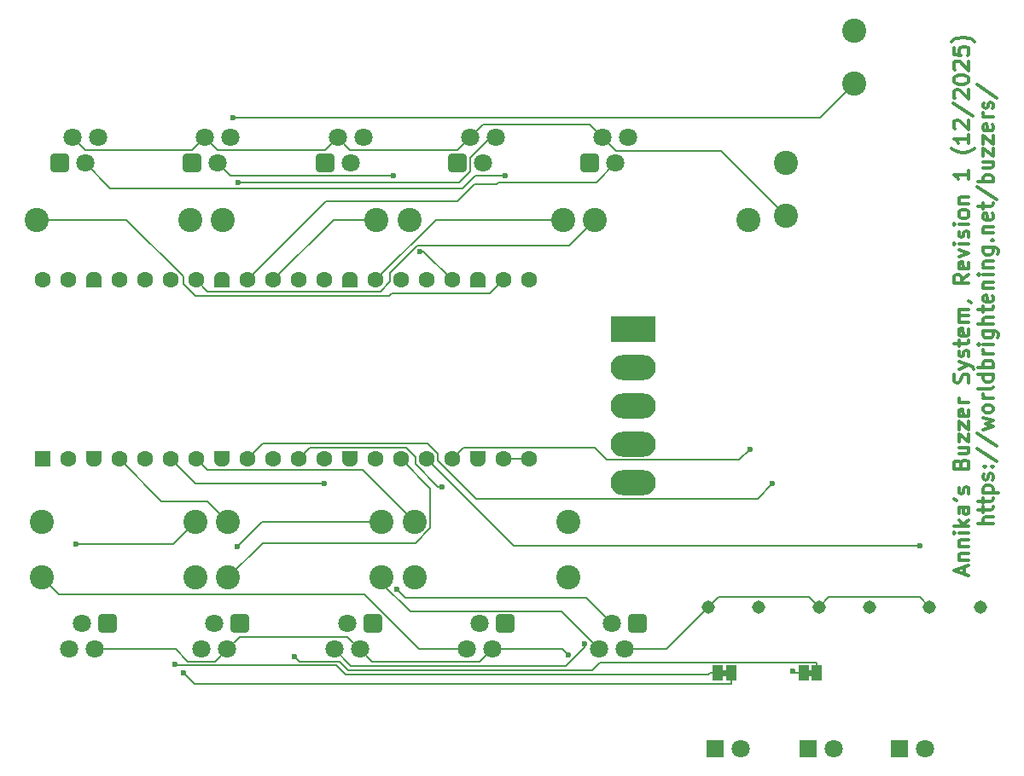
<source format=gbr>
%TF.GenerationSoftware,KiCad,Pcbnew,9.0.6-9.0.6~ubuntu25.04.1*%
%TF.CreationDate,2025-12-30T14:46:31-08:00*%
%TF.ProjectId,buzzer-pcb,62757a7a-6572-42d7-9063-622e6b696361,0*%
%TF.SameCoordinates,Original*%
%TF.FileFunction,Copper,L1,Top*%
%TF.FilePolarity,Positive*%
%FSLAX46Y46*%
G04 Gerber Fmt 4.6, Leading zero omitted, Abs format (unit mm)*
G04 Created by KiCad (PCBNEW 9.0.6-9.0.6~ubuntu25.04.1) date 2025-12-30 14:46:31*
%MOMM*%
%LPD*%
G01*
G04 APERTURE LIST*
G04 Aperture macros list*
%AMRoundRect*
0 Rectangle with rounded corners*
0 $1 Rounding radius*
0 $2 $3 $4 $5 $6 $7 $8 $9 X,Y pos of 4 corners*
0 Add a 4 corners polygon primitive as box body*
4,1,4,$2,$3,$4,$5,$6,$7,$8,$9,$2,$3,0*
0 Add four circle primitives for the rounded corners*
1,1,$1+$1,$2,$3*
1,1,$1+$1,$4,$5*
1,1,$1+$1,$6,$7*
1,1,$1+$1,$8,$9*
0 Add four rect primitives between the rounded corners*
20,1,$1+$1,$2,$3,$4,$5,0*
20,1,$1+$1,$4,$5,$6,$7,0*
20,1,$1+$1,$6,$7,$8,$9,0*
20,1,$1+$1,$8,$9,$2,$3,0*%
%AMFreePoly0*
4,1,37,0.603843,0.796157,0.639018,0.796157,0.711114,0.766294,0.766294,0.711114,0.796157,0.639018,0.796157,0.603843,0.800000,0.600000,0.800000,-0.600000,0.796157,-0.603843,0.796157,-0.639018,0.766294,-0.711114,0.711114,-0.766294,0.639018,-0.796157,0.603843,-0.796157,0.600000,-0.800000,0.000000,-0.800000,0.000000,-0.796148,-0.078414,-0.796148,-0.232228,-0.765552,-0.377117,-0.705537,
-0.507515,-0.618408,-0.618408,-0.507515,-0.705537,-0.377117,-0.765552,-0.232228,-0.796148,-0.078414,-0.796148,0.078414,-0.765552,0.232228,-0.705537,0.377117,-0.618408,0.507515,-0.507515,0.618408,-0.377117,0.705537,-0.232228,0.765552,-0.078414,0.796148,0.000000,0.796148,0.000000,0.800000,0.600000,0.800000,0.603843,0.796157,0.603843,0.796157,$1*%
%AMFreePoly1*
4,1,37,0.000000,0.796148,0.078414,0.796148,0.232228,0.765552,0.377117,0.705537,0.507515,0.618408,0.618408,0.507515,0.705537,0.377117,0.765552,0.232228,0.796148,0.078414,0.796148,-0.078414,0.765552,-0.232228,0.705537,-0.377117,0.618408,-0.507515,0.507515,-0.618408,0.377117,-0.705537,0.232228,-0.765552,0.078414,-0.796148,0.000000,-0.796148,0.000000,-0.800000,-0.600000,-0.800000,
-0.603843,-0.796157,-0.639018,-0.796157,-0.711114,-0.766294,-0.766294,-0.711114,-0.796157,-0.639018,-0.796157,-0.603843,-0.800000,-0.600000,-0.800000,0.600000,-0.796157,0.603843,-0.796157,0.639018,-0.766294,0.711114,-0.711114,0.766294,-0.639018,0.796157,-0.603843,0.796157,-0.600000,0.800000,0.000000,0.800000,0.000000,0.796148,0.000000,0.796148,$1*%
G04 Aperture macros list end*
%ADD10C,0.300000*%
%TA.AperFunction,NonConductor*%
%ADD11C,0.300000*%
%TD*%
%TA.AperFunction,EtchedComponent*%
%ADD12C,0.000000*%
%TD*%
%TA.AperFunction,ComponentPad*%
%ADD13C,2.400000*%
%TD*%
%TA.AperFunction,ComponentPad*%
%ADD14R,4.500000X2.500000*%
%TD*%
%TA.AperFunction,ComponentPad*%
%ADD15O,4.500000X2.500000*%
%TD*%
%TA.AperFunction,ComponentPad*%
%ADD16RoundRect,0.250000X0.650000X0.650000X-0.650000X0.650000X-0.650000X-0.650000X0.650000X-0.650000X0*%
%TD*%
%TA.AperFunction,ComponentPad*%
%ADD17C,1.800000*%
%TD*%
%TA.AperFunction,ComponentPad*%
%ADD18C,1.308000*%
%TD*%
%TA.AperFunction,ComponentPad*%
%ADD19R,1.800000X1.800000*%
%TD*%
%TA.AperFunction,SMDPad,CuDef*%
%ADD20R,1.000000X1.500000*%
%TD*%
%TA.AperFunction,ComponentPad*%
%ADD21RoundRect,0.250000X-0.650000X-0.650000X0.650000X-0.650000X0.650000X0.650000X-0.650000X0.650000X0*%
%TD*%
%TA.AperFunction,ComponentPad*%
%ADD22RoundRect,0.200000X0.600000X-0.600000X0.600000X0.600000X-0.600000X0.600000X-0.600000X-0.600000X0*%
%TD*%
%TA.AperFunction,ComponentPad*%
%ADD23C,1.600000*%
%TD*%
%TA.AperFunction,ComponentPad*%
%ADD24FreePoly0,90.000000*%
%TD*%
%TA.AperFunction,ComponentPad*%
%ADD25FreePoly1,90.000000*%
%TD*%
%TA.AperFunction,ViaPad*%
%ADD26C,0.600000*%
%TD*%
%TA.AperFunction,Conductor*%
%ADD27C,0.200000*%
%TD*%
G04 APERTURE END LIST*
D10*
D11*
X105457341Y-69678570D02*
X105457341Y-68964285D01*
X105885912Y-69821427D02*
X104385912Y-69321427D01*
X104385912Y-69321427D02*
X105885912Y-68821427D01*
X104885912Y-68321428D02*
X105885912Y-68321428D01*
X105028769Y-68321428D02*
X104957341Y-68249999D01*
X104957341Y-68249999D02*
X104885912Y-68107142D01*
X104885912Y-68107142D02*
X104885912Y-67892856D01*
X104885912Y-67892856D02*
X104957341Y-67749999D01*
X104957341Y-67749999D02*
X105100198Y-67678571D01*
X105100198Y-67678571D02*
X105885912Y-67678571D01*
X104885912Y-66964285D02*
X105885912Y-66964285D01*
X105028769Y-66964285D02*
X104957341Y-66892856D01*
X104957341Y-66892856D02*
X104885912Y-66749999D01*
X104885912Y-66749999D02*
X104885912Y-66535713D01*
X104885912Y-66535713D02*
X104957341Y-66392856D01*
X104957341Y-66392856D02*
X105100198Y-66321428D01*
X105100198Y-66321428D02*
X105885912Y-66321428D01*
X105885912Y-65607142D02*
X104885912Y-65607142D01*
X104385912Y-65607142D02*
X104457341Y-65678570D01*
X104457341Y-65678570D02*
X104528769Y-65607142D01*
X104528769Y-65607142D02*
X104457341Y-65535713D01*
X104457341Y-65535713D02*
X104385912Y-65607142D01*
X104385912Y-65607142D02*
X104528769Y-65607142D01*
X105885912Y-64892856D02*
X104385912Y-64892856D01*
X105314484Y-64749999D02*
X105885912Y-64321427D01*
X104885912Y-64321427D02*
X105457341Y-64892856D01*
X105885912Y-63035713D02*
X105100198Y-63035713D01*
X105100198Y-63035713D02*
X104957341Y-63107141D01*
X104957341Y-63107141D02*
X104885912Y-63249998D01*
X104885912Y-63249998D02*
X104885912Y-63535713D01*
X104885912Y-63535713D02*
X104957341Y-63678570D01*
X105814484Y-63035713D02*
X105885912Y-63178570D01*
X105885912Y-63178570D02*
X105885912Y-63535713D01*
X105885912Y-63535713D02*
X105814484Y-63678570D01*
X105814484Y-63678570D02*
X105671626Y-63749998D01*
X105671626Y-63749998D02*
X105528769Y-63749998D01*
X105528769Y-63749998D02*
X105385912Y-63678570D01*
X105385912Y-63678570D02*
X105314484Y-63535713D01*
X105314484Y-63535713D02*
X105314484Y-63178570D01*
X105314484Y-63178570D02*
X105243055Y-63035713D01*
X104385912Y-62249998D02*
X104671626Y-62392855D01*
X105814484Y-61678569D02*
X105885912Y-61535712D01*
X105885912Y-61535712D02*
X105885912Y-61249998D01*
X105885912Y-61249998D02*
X105814484Y-61107141D01*
X105814484Y-61107141D02*
X105671626Y-61035712D01*
X105671626Y-61035712D02*
X105600198Y-61035712D01*
X105600198Y-61035712D02*
X105457341Y-61107141D01*
X105457341Y-61107141D02*
X105385912Y-61249998D01*
X105385912Y-61249998D02*
X105385912Y-61464284D01*
X105385912Y-61464284D02*
X105314484Y-61607141D01*
X105314484Y-61607141D02*
X105171626Y-61678569D01*
X105171626Y-61678569D02*
X105100198Y-61678569D01*
X105100198Y-61678569D02*
X104957341Y-61607141D01*
X104957341Y-61607141D02*
X104885912Y-61464284D01*
X104885912Y-61464284D02*
X104885912Y-61249998D01*
X104885912Y-61249998D02*
X104957341Y-61107141D01*
X105100198Y-58749998D02*
X105171626Y-58535712D01*
X105171626Y-58535712D02*
X105243055Y-58464283D01*
X105243055Y-58464283D02*
X105385912Y-58392855D01*
X105385912Y-58392855D02*
X105600198Y-58392855D01*
X105600198Y-58392855D02*
X105743055Y-58464283D01*
X105743055Y-58464283D02*
X105814484Y-58535712D01*
X105814484Y-58535712D02*
X105885912Y-58678569D01*
X105885912Y-58678569D02*
X105885912Y-59249998D01*
X105885912Y-59249998D02*
X104385912Y-59249998D01*
X104385912Y-59249998D02*
X104385912Y-58749998D01*
X104385912Y-58749998D02*
X104457341Y-58607141D01*
X104457341Y-58607141D02*
X104528769Y-58535712D01*
X104528769Y-58535712D02*
X104671626Y-58464283D01*
X104671626Y-58464283D02*
X104814484Y-58464283D01*
X104814484Y-58464283D02*
X104957341Y-58535712D01*
X104957341Y-58535712D02*
X105028769Y-58607141D01*
X105028769Y-58607141D02*
X105100198Y-58749998D01*
X105100198Y-58749998D02*
X105100198Y-59249998D01*
X104885912Y-57107141D02*
X105885912Y-57107141D01*
X104885912Y-57749998D02*
X105671626Y-57749998D01*
X105671626Y-57749998D02*
X105814484Y-57678569D01*
X105814484Y-57678569D02*
X105885912Y-57535712D01*
X105885912Y-57535712D02*
X105885912Y-57321426D01*
X105885912Y-57321426D02*
X105814484Y-57178569D01*
X105814484Y-57178569D02*
X105743055Y-57107141D01*
X104885912Y-56535712D02*
X104885912Y-55749998D01*
X104885912Y-55749998D02*
X105885912Y-56535712D01*
X105885912Y-56535712D02*
X105885912Y-55749998D01*
X104885912Y-55321426D02*
X104885912Y-54535712D01*
X104885912Y-54535712D02*
X105885912Y-55321426D01*
X105885912Y-55321426D02*
X105885912Y-54535712D01*
X105814484Y-53392854D02*
X105885912Y-53535711D01*
X105885912Y-53535711D02*
X105885912Y-53821426D01*
X105885912Y-53821426D02*
X105814484Y-53964283D01*
X105814484Y-53964283D02*
X105671626Y-54035711D01*
X105671626Y-54035711D02*
X105100198Y-54035711D01*
X105100198Y-54035711D02*
X104957341Y-53964283D01*
X104957341Y-53964283D02*
X104885912Y-53821426D01*
X104885912Y-53821426D02*
X104885912Y-53535711D01*
X104885912Y-53535711D02*
X104957341Y-53392854D01*
X104957341Y-53392854D02*
X105100198Y-53321426D01*
X105100198Y-53321426D02*
X105243055Y-53321426D01*
X105243055Y-53321426D02*
X105385912Y-54035711D01*
X105885912Y-52678569D02*
X104885912Y-52678569D01*
X105171626Y-52678569D02*
X105028769Y-52607140D01*
X105028769Y-52607140D02*
X104957341Y-52535712D01*
X104957341Y-52535712D02*
X104885912Y-52392854D01*
X104885912Y-52392854D02*
X104885912Y-52249997D01*
X105814484Y-50678569D02*
X105885912Y-50464284D01*
X105885912Y-50464284D02*
X105885912Y-50107141D01*
X105885912Y-50107141D02*
X105814484Y-49964284D01*
X105814484Y-49964284D02*
X105743055Y-49892855D01*
X105743055Y-49892855D02*
X105600198Y-49821426D01*
X105600198Y-49821426D02*
X105457341Y-49821426D01*
X105457341Y-49821426D02*
X105314484Y-49892855D01*
X105314484Y-49892855D02*
X105243055Y-49964284D01*
X105243055Y-49964284D02*
X105171626Y-50107141D01*
X105171626Y-50107141D02*
X105100198Y-50392855D01*
X105100198Y-50392855D02*
X105028769Y-50535712D01*
X105028769Y-50535712D02*
X104957341Y-50607141D01*
X104957341Y-50607141D02*
X104814484Y-50678569D01*
X104814484Y-50678569D02*
X104671626Y-50678569D01*
X104671626Y-50678569D02*
X104528769Y-50607141D01*
X104528769Y-50607141D02*
X104457341Y-50535712D01*
X104457341Y-50535712D02*
X104385912Y-50392855D01*
X104385912Y-50392855D02*
X104385912Y-50035712D01*
X104385912Y-50035712D02*
X104457341Y-49821426D01*
X104885912Y-49321427D02*
X105885912Y-48964284D01*
X104885912Y-48607141D02*
X105885912Y-48964284D01*
X105885912Y-48964284D02*
X106243055Y-49107141D01*
X106243055Y-49107141D02*
X106314484Y-49178570D01*
X106314484Y-49178570D02*
X106385912Y-49321427D01*
X105814484Y-48107141D02*
X105885912Y-47964284D01*
X105885912Y-47964284D02*
X105885912Y-47678570D01*
X105885912Y-47678570D02*
X105814484Y-47535713D01*
X105814484Y-47535713D02*
X105671626Y-47464284D01*
X105671626Y-47464284D02*
X105600198Y-47464284D01*
X105600198Y-47464284D02*
X105457341Y-47535713D01*
X105457341Y-47535713D02*
X105385912Y-47678570D01*
X105385912Y-47678570D02*
X105385912Y-47892856D01*
X105385912Y-47892856D02*
X105314484Y-48035713D01*
X105314484Y-48035713D02*
X105171626Y-48107141D01*
X105171626Y-48107141D02*
X105100198Y-48107141D01*
X105100198Y-48107141D02*
X104957341Y-48035713D01*
X104957341Y-48035713D02*
X104885912Y-47892856D01*
X104885912Y-47892856D02*
X104885912Y-47678570D01*
X104885912Y-47678570D02*
X104957341Y-47535713D01*
X104885912Y-47035712D02*
X104885912Y-46464284D01*
X104385912Y-46821427D02*
X105671626Y-46821427D01*
X105671626Y-46821427D02*
X105814484Y-46749998D01*
X105814484Y-46749998D02*
X105885912Y-46607141D01*
X105885912Y-46607141D02*
X105885912Y-46464284D01*
X105814484Y-45392855D02*
X105885912Y-45535712D01*
X105885912Y-45535712D02*
X105885912Y-45821427D01*
X105885912Y-45821427D02*
X105814484Y-45964284D01*
X105814484Y-45964284D02*
X105671626Y-46035712D01*
X105671626Y-46035712D02*
X105100198Y-46035712D01*
X105100198Y-46035712D02*
X104957341Y-45964284D01*
X104957341Y-45964284D02*
X104885912Y-45821427D01*
X104885912Y-45821427D02*
X104885912Y-45535712D01*
X104885912Y-45535712D02*
X104957341Y-45392855D01*
X104957341Y-45392855D02*
X105100198Y-45321427D01*
X105100198Y-45321427D02*
X105243055Y-45321427D01*
X105243055Y-45321427D02*
X105385912Y-46035712D01*
X105885912Y-44678570D02*
X104885912Y-44678570D01*
X105028769Y-44678570D02*
X104957341Y-44607141D01*
X104957341Y-44607141D02*
X104885912Y-44464284D01*
X104885912Y-44464284D02*
X104885912Y-44249998D01*
X104885912Y-44249998D02*
X104957341Y-44107141D01*
X104957341Y-44107141D02*
X105100198Y-44035713D01*
X105100198Y-44035713D02*
X105885912Y-44035713D01*
X105100198Y-44035713D02*
X104957341Y-43964284D01*
X104957341Y-43964284D02*
X104885912Y-43821427D01*
X104885912Y-43821427D02*
X104885912Y-43607141D01*
X104885912Y-43607141D02*
X104957341Y-43464284D01*
X104957341Y-43464284D02*
X105100198Y-43392855D01*
X105100198Y-43392855D02*
X105885912Y-43392855D01*
X105814484Y-42607141D02*
X105885912Y-42607141D01*
X105885912Y-42607141D02*
X106028769Y-42678570D01*
X106028769Y-42678570D02*
X106100198Y-42749998D01*
X105885912Y-39964284D02*
X105171626Y-40464284D01*
X105885912Y-40821427D02*
X104385912Y-40821427D01*
X104385912Y-40821427D02*
X104385912Y-40249998D01*
X104385912Y-40249998D02*
X104457341Y-40107141D01*
X104457341Y-40107141D02*
X104528769Y-40035712D01*
X104528769Y-40035712D02*
X104671626Y-39964284D01*
X104671626Y-39964284D02*
X104885912Y-39964284D01*
X104885912Y-39964284D02*
X105028769Y-40035712D01*
X105028769Y-40035712D02*
X105100198Y-40107141D01*
X105100198Y-40107141D02*
X105171626Y-40249998D01*
X105171626Y-40249998D02*
X105171626Y-40821427D01*
X105814484Y-38749998D02*
X105885912Y-38892855D01*
X105885912Y-38892855D02*
X105885912Y-39178570D01*
X105885912Y-39178570D02*
X105814484Y-39321427D01*
X105814484Y-39321427D02*
X105671626Y-39392855D01*
X105671626Y-39392855D02*
X105100198Y-39392855D01*
X105100198Y-39392855D02*
X104957341Y-39321427D01*
X104957341Y-39321427D02*
X104885912Y-39178570D01*
X104885912Y-39178570D02*
X104885912Y-38892855D01*
X104885912Y-38892855D02*
X104957341Y-38749998D01*
X104957341Y-38749998D02*
X105100198Y-38678570D01*
X105100198Y-38678570D02*
X105243055Y-38678570D01*
X105243055Y-38678570D02*
X105385912Y-39392855D01*
X104885912Y-38178570D02*
X105885912Y-37821427D01*
X105885912Y-37821427D02*
X104885912Y-37464284D01*
X105885912Y-36892856D02*
X104885912Y-36892856D01*
X104385912Y-36892856D02*
X104457341Y-36964284D01*
X104457341Y-36964284D02*
X104528769Y-36892856D01*
X104528769Y-36892856D02*
X104457341Y-36821427D01*
X104457341Y-36821427D02*
X104385912Y-36892856D01*
X104385912Y-36892856D02*
X104528769Y-36892856D01*
X105814484Y-36249998D02*
X105885912Y-36107141D01*
X105885912Y-36107141D02*
X105885912Y-35821427D01*
X105885912Y-35821427D02*
X105814484Y-35678570D01*
X105814484Y-35678570D02*
X105671626Y-35607141D01*
X105671626Y-35607141D02*
X105600198Y-35607141D01*
X105600198Y-35607141D02*
X105457341Y-35678570D01*
X105457341Y-35678570D02*
X105385912Y-35821427D01*
X105385912Y-35821427D02*
X105385912Y-36035713D01*
X105385912Y-36035713D02*
X105314484Y-36178570D01*
X105314484Y-36178570D02*
X105171626Y-36249998D01*
X105171626Y-36249998D02*
X105100198Y-36249998D01*
X105100198Y-36249998D02*
X104957341Y-36178570D01*
X104957341Y-36178570D02*
X104885912Y-36035713D01*
X104885912Y-36035713D02*
X104885912Y-35821427D01*
X104885912Y-35821427D02*
X104957341Y-35678570D01*
X105885912Y-34964284D02*
X104885912Y-34964284D01*
X104385912Y-34964284D02*
X104457341Y-35035712D01*
X104457341Y-35035712D02*
X104528769Y-34964284D01*
X104528769Y-34964284D02*
X104457341Y-34892855D01*
X104457341Y-34892855D02*
X104385912Y-34964284D01*
X104385912Y-34964284D02*
X104528769Y-34964284D01*
X105885912Y-34035712D02*
X105814484Y-34178569D01*
X105814484Y-34178569D02*
X105743055Y-34249998D01*
X105743055Y-34249998D02*
X105600198Y-34321426D01*
X105600198Y-34321426D02*
X105171626Y-34321426D01*
X105171626Y-34321426D02*
X105028769Y-34249998D01*
X105028769Y-34249998D02*
X104957341Y-34178569D01*
X104957341Y-34178569D02*
X104885912Y-34035712D01*
X104885912Y-34035712D02*
X104885912Y-33821426D01*
X104885912Y-33821426D02*
X104957341Y-33678569D01*
X104957341Y-33678569D02*
X105028769Y-33607141D01*
X105028769Y-33607141D02*
X105171626Y-33535712D01*
X105171626Y-33535712D02*
X105600198Y-33535712D01*
X105600198Y-33535712D02*
X105743055Y-33607141D01*
X105743055Y-33607141D02*
X105814484Y-33678569D01*
X105814484Y-33678569D02*
X105885912Y-33821426D01*
X105885912Y-33821426D02*
X105885912Y-34035712D01*
X104885912Y-32892855D02*
X105885912Y-32892855D01*
X105028769Y-32892855D02*
X104957341Y-32821426D01*
X104957341Y-32821426D02*
X104885912Y-32678569D01*
X104885912Y-32678569D02*
X104885912Y-32464283D01*
X104885912Y-32464283D02*
X104957341Y-32321426D01*
X104957341Y-32321426D02*
X105100198Y-32249998D01*
X105100198Y-32249998D02*
X105885912Y-32249998D01*
X105885912Y-29607140D02*
X105885912Y-30464283D01*
X105885912Y-30035712D02*
X104385912Y-30035712D01*
X104385912Y-30035712D02*
X104600198Y-30178569D01*
X104600198Y-30178569D02*
X104743055Y-30321426D01*
X104743055Y-30321426D02*
X104814484Y-30464283D01*
X106457341Y-27392855D02*
X106385912Y-27464284D01*
X106385912Y-27464284D02*
X106171626Y-27607141D01*
X106171626Y-27607141D02*
X106028769Y-27678570D01*
X106028769Y-27678570D02*
X105814484Y-27749998D01*
X105814484Y-27749998D02*
X105457341Y-27821427D01*
X105457341Y-27821427D02*
X105171626Y-27821427D01*
X105171626Y-27821427D02*
X104814484Y-27749998D01*
X104814484Y-27749998D02*
X104600198Y-27678570D01*
X104600198Y-27678570D02*
X104457341Y-27607141D01*
X104457341Y-27607141D02*
X104243055Y-27464284D01*
X104243055Y-27464284D02*
X104171626Y-27392855D01*
X105885912Y-26035712D02*
X105885912Y-26892855D01*
X105885912Y-26464284D02*
X104385912Y-26464284D01*
X104385912Y-26464284D02*
X104600198Y-26607141D01*
X104600198Y-26607141D02*
X104743055Y-26749998D01*
X104743055Y-26749998D02*
X104814484Y-26892855D01*
X104528769Y-25464284D02*
X104457341Y-25392856D01*
X104457341Y-25392856D02*
X104385912Y-25249999D01*
X104385912Y-25249999D02*
X104385912Y-24892856D01*
X104385912Y-24892856D02*
X104457341Y-24749999D01*
X104457341Y-24749999D02*
X104528769Y-24678570D01*
X104528769Y-24678570D02*
X104671626Y-24607141D01*
X104671626Y-24607141D02*
X104814484Y-24607141D01*
X104814484Y-24607141D02*
X105028769Y-24678570D01*
X105028769Y-24678570D02*
X105885912Y-25535713D01*
X105885912Y-25535713D02*
X105885912Y-24607141D01*
X104314484Y-22892856D02*
X106243055Y-24178570D01*
X104528769Y-22464284D02*
X104457341Y-22392856D01*
X104457341Y-22392856D02*
X104385912Y-22249999D01*
X104385912Y-22249999D02*
X104385912Y-21892856D01*
X104385912Y-21892856D02*
X104457341Y-21749999D01*
X104457341Y-21749999D02*
X104528769Y-21678570D01*
X104528769Y-21678570D02*
X104671626Y-21607141D01*
X104671626Y-21607141D02*
X104814484Y-21607141D01*
X104814484Y-21607141D02*
X105028769Y-21678570D01*
X105028769Y-21678570D02*
X105885912Y-22535713D01*
X105885912Y-22535713D02*
X105885912Y-21607141D01*
X104385912Y-20678570D02*
X104385912Y-20535713D01*
X104385912Y-20535713D02*
X104457341Y-20392856D01*
X104457341Y-20392856D02*
X104528769Y-20321428D01*
X104528769Y-20321428D02*
X104671626Y-20249999D01*
X104671626Y-20249999D02*
X104957341Y-20178570D01*
X104957341Y-20178570D02*
X105314484Y-20178570D01*
X105314484Y-20178570D02*
X105600198Y-20249999D01*
X105600198Y-20249999D02*
X105743055Y-20321428D01*
X105743055Y-20321428D02*
X105814484Y-20392856D01*
X105814484Y-20392856D02*
X105885912Y-20535713D01*
X105885912Y-20535713D02*
X105885912Y-20678570D01*
X105885912Y-20678570D02*
X105814484Y-20821428D01*
X105814484Y-20821428D02*
X105743055Y-20892856D01*
X105743055Y-20892856D02*
X105600198Y-20964285D01*
X105600198Y-20964285D02*
X105314484Y-21035713D01*
X105314484Y-21035713D02*
X104957341Y-21035713D01*
X104957341Y-21035713D02*
X104671626Y-20964285D01*
X104671626Y-20964285D02*
X104528769Y-20892856D01*
X104528769Y-20892856D02*
X104457341Y-20821428D01*
X104457341Y-20821428D02*
X104385912Y-20678570D01*
X104528769Y-19607142D02*
X104457341Y-19535714D01*
X104457341Y-19535714D02*
X104385912Y-19392857D01*
X104385912Y-19392857D02*
X104385912Y-19035714D01*
X104385912Y-19035714D02*
X104457341Y-18892857D01*
X104457341Y-18892857D02*
X104528769Y-18821428D01*
X104528769Y-18821428D02*
X104671626Y-18749999D01*
X104671626Y-18749999D02*
X104814484Y-18749999D01*
X104814484Y-18749999D02*
X105028769Y-18821428D01*
X105028769Y-18821428D02*
X105885912Y-19678571D01*
X105885912Y-19678571D02*
X105885912Y-18749999D01*
X104385912Y-17392857D02*
X104385912Y-18107143D01*
X104385912Y-18107143D02*
X105100198Y-18178571D01*
X105100198Y-18178571D02*
X105028769Y-18107143D01*
X105028769Y-18107143D02*
X104957341Y-17964286D01*
X104957341Y-17964286D02*
X104957341Y-17607143D01*
X104957341Y-17607143D02*
X105028769Y-17464286D01*
X105028769Y-17464286D02*
X105100198Y-17392857D01*
X105100198Y-17392857D02*
X105243055Y-17321428D01*
X105243055Y-17321428D02*
X105600198Y-17321428D01*
X105600198Y-17321428D02*
X105743055Y-17392857D01*
X105743055Y-17392857D02*
X105814484Y-17464286D01*
X105814484Y-17464286D02*
X105885912Y-17607143D01*
X105885912Y-17607143D02*
X105885912Y-17964286D01*
X105885912Y-17964286D02*
X105814484Y-18107143D01*
X105814484Y-18107143D02*
X105743055Y-18178571D01*
X106457341Y-16821429D02*
X106385912Y-16750000D01*
X106385912Y-16750000D02*
X106171626Y-16607143D01*
X106171626Y-16607143D02*
X106028769Y-16535715D01*
X106028769Y-16535715D02*
X105814484Y-16464286D01*
X105814484Y-16464286D02*
X105457341Y-16392857D01*
X105457341Y-16392857D02*
X105171626Y-16392857D01*
X105171626Y-16392857D02*
X104814484Y-16464286D01*
X104814484Y-16464286D02*
X104600198Y-16535715D01*
X104600198Y-16535715D02*
X104457341Y-16607143D01*
X104457341Y-16607143D02*
X104243055Y-16750000D01*
X104243055Y-16750000D02*
X104171626Y-16821429D01*
X108300828Y-64678573D02*
X106800828Y-64678573D01*
X108300828Y-64035716D02*
X107515114Y-64035716D01*
X107515114Y-64035716D02*
X107372257Y-64107144D01*
X107372257Y-64107144D02*
X107300828Y-64250001D01*
X107300828Y-64250001D02*
X107300828Y-64464287D01*
X107300828Y-64464287D02*
X107372257Y-64607144D01*
X107372257Y-64607144D02*
X107443685Y-64678573D01*
X107300828Y-63535715D02*
X107300828Y-62964287D01*
X106800828Y-63321430D02*
X108086542Y-63321430D01*
X108086542Y-63321430D02*
X108229400Y-63250001D01*
X108229400Y-63250001D02*
X108300828Y-63107144D01*
X108300828Y-63107144D02*
X108300828Y-62964287D01*
X107300828Y-62678572D02*
X107300828Y-62107144D01*
X106800828Y-62464287D02*
X108086542Y-62464287D01*
X108086542Y-62464287D02*
X108229400Y-62392858D01*
X108229400Y-62392858D02*
X108300828Y-62250001D01*
X108300828Y-62250001D02*
X108300828Y-62107144D01*
X107300828Y-61607144D02*
X108800828Y-61607144D01*
X107372257Y-61607144D02*
X107300828Y-61464287D01*
X107300828Y-61464287D02*
X107300828Y-61178572D01*
X107300828Y-61178572D02*
X107372257Y-61035715D01*
X107372257Y-61035715D02*
X107443685Y-60964287D01*
X107443685Y-60964287D02*
X107586542Y-60892858D01*
X107586542Y-60892858D02*
X108015114Y-60892858D01*
X108015114Y-60892858D02*
X108157971Y-60964287D01*
X108157971Y-60964287D02*
X108229400Y-61035715D01*
X108229400Y-61035715D02*
X108300828Y-61178572D01*
X108300828Y-61178572D02*
X108300828Y-61464287D01*
X108300828Y-61464287D02*
X108229400Y-61607144D01*
X108229400Y-60321429D02*
X108300828Y-60178572D01*
X108300828Y-60178572D02*
X108300828Y-59892858D01*
X108300828Y-59892858D02*
X108229400Y-59750001D01*
X108229400Y-59750001D02*
X108086542Y-59678572D01*
X108086542Y-59678572D02*
X108015114Y-59678572D01*
X108015114Y-59678572D02*
X107872257Y-59750001D01*
X107872257Y-59750001D02*
X107800828Y-59892858D01*
X107800828Y-59892858D02*
X107800828Y-60107144D01*
X107800828Y-60107144D02*
X107729400Y-60250001D01*
X107729400Y-60250001D02*
X107586542Y-60321429D01*
X107586542Y-60321429D02*
X107515114Y-60321429D01*
X107515114Y-60321429D02*
X107372257Y-60250001D01*
X107372257Y-60250001D02*
X107300828Y-60107144D01*
X107300828Y-60107144D02*
X107300828Y-59892858D01*
X107300828Y-59892858D02*
X107372257Y-59750001D01*
X108157971Y-59035715D02*
X108229400Y-58964286D01*
X108229400Y-58964286D02*
X108300828Y-59035715D01*
X108300828Y-59035715D02*
X108229400Y-59107143D01*
X108229400Y-59107143D02*
X108157971Y-59035715D01*
X108157971Y-59035715D02*
X108300828Y-59035715D01*
X107372257Y-59035715D02*
X107443685Y-58964286D01*
X107443685Y-58964286D02*
X107515114Y-59035715D01*
X107515114Y-59035715D02*
X107443685Y-59107143D01*
X107443685Y-59107143D02*
X107372257Y-59035715D01*
X107372257Y-59035715D02*
X107515114Y-59035715D01*
X106729400Y-57250000D02*
X108657971Y-58535714D01*
X106729400Y-55678571D02*
X108657971Y-56964285D01*
X107300828Y-55321428D02*
X108300828Y-55035714D01*
X108300828Y-55035714D02*
X107586542Y-54749999D01*
X107586542Y-54749999D02*
X108300828Y-54464285D01*
X108300828Y-54464285D02*
X107300828Y-54178571D01*
X108300828Y-53392856D02*
X108229400Y-53535713D01*
X108229400Y-53535713D02*
X108157971Y-53607142D01*
X108157971Y-53607142D02*
X108015114Y-53678570D01*
X108015114Y-53678570D02*
X107586542Y-53678570D01*
X107586542Y-53678570D02*
X107443685Y-53607142D01*
X107443685Y-53607142D02*
X107372257Y-53535713D01*
X107372257Y-53535713D02*
X107300828Y-53392856D01*
X107300828Y-53392856D02*
X107300828Y-53178570D01*
X107300828Y-53178570D02*
X107372257Y-53035713D01*
X107372257Y-53035713D02*
X107443685Y-52964285D01*
X107443685Y-52964285D02*
X107586542Y-52892856D01*
X107586542Y-52892856D02*
X108015114Y-52892856D01*
X108015114Y-52892856D02*
X108157971Y-52964285D01*
X108157971Y-52964285D02*
X108229400Y-53035713D01*
X108229400Y-53035713D02*
X108300828Y-53178570D01*
X108300828Y-53178570D02*
X108300828Y-53392856D01*
X108300828Y-52249999D02*
X107300828Y-52249999D01*
X107586542Y-52249999D02*
X107443685Y-52178570D01*
X107443685Y-52178570D02*
X107372257Y-52107142D01*
X107372257Y-52107142D02*
X107300828Y-51964284D01*
X107300828Y-51964284D02*
X107300828Y-51821427D01*
X108300828Y-51107142D02*
X108229400Y-51249999D01*
X108229400Y-51249999D02*
X108086542Y-51321428D01*
X108086542Y-51321428D02*
X106800828Y-51321428D01*
X108300828Y-49892857D02*
X106800828Y-49892857D01*
X108229400Y-49892857D02*
X108300828Y-50035714D01*
X108300828Y-50035714D02*
X108300828Y-50321428D01*
X108300828Y-50321428D02*
X108229400Y-50464285D01*
X108229400Y-50464285D02*
X108157971Y-50535714D01*
X108157971Y-50535714D02*
X108015114Y-50607142D01*
X108015114Y-50607142D02*
X107586542Y-50607142D01*
X107586542Y-50607142D02*
X107443685Y-50535714D01*
X107443685Y-50535714D02*
X107372257Y-50464285D01*
X107372257Y-50464285D02*
X107300828Y-50321428D01*
X107300828Y-50321428D02*
X107300828Y-50035714D01*
X107300828Y-50035714D02*
X107372257Y-49892857D01*
X108300828Y-49178571D02*
X106800828Y-49178571D01*
X107372257Y-49178571D02*
X107300828Y-49035714D01*
X107300828Y-49035714D02*
X107300828Y-48749999D01*
X107300828Y-48749999D02*
X107372257Y-48607142D01*
X107372257Y-48607142D02*
X107443685Y-48535714D01*
X107443685Y-48535714D02*
X107586542Y-48464285D01*
X107586542Y-48464285D02*
X108015114Y-48464285D01*
X108015114Y-48464285D02*
X108157971Y-48535714D01*
X108157971Y-48535714D02*
X108229400Y-48607142D01*
X108229400Y-48607142D02*
X108300828Y-48749999D01*
X108300828Y-48749999D02*
X108300828Y-49035714D01*
X108300828Y-49035714D02*
X108229400Y-49178571D01*
X108300828Y-47821428D02*
X107300828Y-47821428D01*
X107586542Y-47821428D02*
X107443685Y-47749999D01*
X107443685Y-47749999D02*
X107372257Y-47678571D01*
X107372257Y-47678571D02*
X107300828Y-47535713D01*
X107300828Y-47535713D02*
X107300828Y-47392856D01*
X108300828Y-46892857D02*
X107300828Y-46892857D01*
X106800828Y-46892857D02*
X106872257Y-46964285D01*
X106872257Y-46964285D02*
X106943685Y-46892857D01*
X106943685Y-46892857D02*
X106872257Y-46821428D01*
X106872257Y-46821428D02*
X106800828Y-46892857D01*
X106800828Y-46892857D02*
X106943685Y-46892857D01*
X107300828Y-45535714D02*
X108515114Y-45535714D01*
X108515114Y-45535714D02*
X108657971Y-45607142D01*
X108657971Y-45607142D02*
X108729400Y-45678571D01*
X108729400Y-45678571D02*
X108800828Y-45821428D01*
X108800828Y-45821428D02*
X108800828Y-46035714D01*
X108800828Y-46035714D02*
X108729400Y-46178571D01*
X108229400Y-45535714D02*
X108300828Y-45678571D01*
X108300828Y-45678571D02*
X108300828Y-45964285D01*
X108300828Y-45964285D02*
X108229400Y-46107142D01*
X108229400Y-46107142D02*
X108157971Y-46178571D01*
X108157971Y-46178571D02*
X108015114Y-46249999D01*
X108015114Y-46249999D02*
X107586542Y-46249999D01*
X107586542Y-46249999D02*
X107443685Y-46178571D01*
X107443685Y-46178571D02*
X107372257Y-46107142D01*
X107372257Y-46107142D02*
X107300828Y-45964285D01*
X107300828Y-45964285D02*
X107300828Y-45678571D01*
X107300828Y-45678571D02*
X107372257Y-45535714D01*
X108300828Y-44821428D02*
X106800828Y-44821428D01*
X108300828Y-44178571D02*
X107515114Y-44178571D01*
X107515114Y-44178571D02*
X107372257Y-44249999D01*
X107372257Y-44249999D02*
X107300828Y-44392856D01*
X107300828Y-44392856D02*
X107300828Y-44607142D01*
X107300828Y-44607142D02*
X107372257Y-44749999D01*
X107372257Y-44749999D02*
X107443685Y-44821428D01*
X107300828Y-43678570D02*
X107300828Y-43107142D01*
X106800828Y-43464285D02*
X108086542Y-43464285D01*
X108086542Y-43464285D02*
X108229400Y-43392856D01*
X108229400Y-43392856D02*
X108300828Y-43249999D01*
X108300828Y-43249999D02*
X108300828Y-43107142D01*
X108229400Y-42035713D02*
X108300828Y-42178570D01*
X108300828Y-42178570D02*
X108300828Y-42464285D01*
X108300828Y-42464285D02*
X108229400Y-42607142D01*
X108229400Y-42607142D02*
X108086542Y-42678570D01*
X108086542Y-42678570D02*
X107515114Y-42678570D01*
X107515114Y-42678570D02*
X107372257Y-42607142D01*
X107372257Y-42607142D02*
X107300828Y-42464285D01*
X107300828Y-42464285D02*
X107300828Y-42178570D01*
X107300828Y-42178570D02*
X107372257Y-42035713D01*
X107372257Y-42035713D02*
X107515114Y-41964285D01*
X107515114Y-41964285D02*
X107657971Y-41964285D01*
X107657971Y-41964285D02*
X107800828Y-42678570D01*
X107300828Y-41321428D02*
X108300828Y-41321428D01*
X107443685Y-41321428D02*
X107372257Y-41249999D01*
X107372257Y-41249999D02*
X107300828Y-41107142D01*
X107300828Y-41107142D02*
X107300828Y-40892856D01*
X107300828Y-40892856D02*
X107372257Y-40749999D01*
X107372257Y-40749999D02*
X107515114Y-40678571D01*
X107515114Y-40678571D02*
X108300828Y-40678571D01*
X108300828Y-39964285D02*
X107300828Y-39964285D01*
X106800828Y-39964285D02*
X106872257Y-40035713D01*
X106872257Y-40035713D02*
X106943685Y-39964285D01*
X106943685Y-39964285D02*
X106872257Y-39892856D01*
X106872257Y-39892856D02*
X106800828Y-39964285D01*
X106800828Y-39964285D02*
X106943685Y-39964285D01*
X107300828Y-39249999D02*
X108300828Y-39249999D01*
X107443685Y-39249999D02*
X107372257Y-39178570D01*
X107372257Y-39178570D02*
X107300828Y-39035713D01*
X107300828Y-39035713D02*
X107300828Y-38821427D01*
X107300828Y-38821427D02*
X107372257Y-38678570D01*
X107372257Y-38678570D02*
X107515114Y-38607142D01*
X107515114Y-38607142D02*
X108300828Y-38607142D01*
X107300828Y-37249999D02*
X108515114Y-37249999D01*
X108515114Y-37249999D02*
X108657971Y-37321427D01*
X108657971Y-37321427D02*
X108729400Y-37392856D01*
X108729400Y-37392856D02*
X108800828Y-37535713D01*
X108800828Y-37535713D02*
X108800828Y-37749999D01*
X108800828Y-37749999D02*
X108729400Y-37892856D01*
X108229400Y-37249999D02*
X108300828Y-37392856D01*
X108300828Y-37392856D02*
X108300828Y-37678570D01*
X108300828Y-37678570D02*
X108229400Y-37821427D01*
X108229400Y-37821427D02*
X108157971Y-37892856D01*
X108157971Y-37892856D02*
X108015114Y-37964284D01*
X108015114Y-37964284D02*
X107586542Y-37964284D01*
X107586542Y-37964284D02*
X107443685Y-37892856D01*
X107443685Y-37892856D02*
X107372257Y-37821427D01*
X107372257Y-37821427D02*
X107300828Y-37678570D01*
X107300828Y-37678570D02*
X107300828Y-37392856D01*
X107300828Y-37392856D02*
X107372257Y-37249999D01*
X108157971Y-36535713D02*
X108229400Y-36464284D01*
X108229400Y-36464284D02*
X108300828Y-36535713D01*
X108300828Y-36535713D02*
X108229400Y-36607141D01*
X108229400Y-36607141D02*
X108157971Y-36535713D01*
X108157971Y-36535713D02*
X108300828Y-36535713D01*
X107300828Y-35821427D02*
X108300828Y-35821427D01*
X107443685Y-35821427D02*
X107372257Y-35749998D01*
X107372257Y-35749998D02*
X107300828Y-35607141D01*
X107300828Y-35607141D02*
X107300828Y-35392855D01*
X107300828Y-35392855D02*
X107372257Y-35249998D01*
X107372257Y-35249998D02*
X107515114Y-35178570D01*
X107515114Y-35178570D02*
X108300828Y-35178570D01*
X108229400Y-33892855D02*
X108300828Y-34035712D01*
X108300828Y-34035712D02*
X108300828Y-34321427D01*
X108300828Y-34321427D02*
X108229400Y-34464284D01*
X108229400Y-34464284D02*
X108086542Y-34535712D01*
X108086542Y-34535712D02*
X107515114Y-34535712D01*
X107515114Y-34535712D02*
X107372257Y-34464284D01*
X107372257Y-34464284D02*
X107300828Y-34321427D01*
X107300828Y-34321427D02*
X107300828Y-34035712D01*
X107300828Y-34035712D02*
X107372257Y-33892855D01*
X107372257Y-33892855D02*
X107515114Y-33821427D01*
X107515114Y-33821427D02*
X107657971Y-33821427D01*
X107657971Y-33821427D02*
X107800828Y-34535712D01*
X107300828Y-33392855D02*
X107300828Y-32821427D01*
X106800828Y-33178570D02*
X108086542Y-33178570D01*
X108086542Y-33178570D02*
X108229400Y-33107141D01*
X108229400Y-33107141D02*
X108300828Y-32964284D01*
X108300828Y-32964284D02*
X108300828Y-32821427D01*
X106729400Y-31249998D02*
X108657971Y-32535712D01*
X108300828Y-30749998D02*
X106800828Y-30749998D01*
X107372257Y-30749998D02*
X107300828Y-30607141D01*
X107300828Y-30607141D02*
X107300828Y-30321426D01*
X107300828Y-30321426D02*
X107372257Y-30178569D01*
X107372257Y-30178569D02*
X107443685Y-30107141D01*
X107443685Y-30107141D02*
X107586542Y-30035712D01*
X107586542Y-30035712D02*
X108015114Y-30035712D01*
X108015114Y-30035712D02*
X108157971Y-30107141D01*
X108157971Y-30107141D02*
X108229400Y-30178569D01*
X108229400Y-30178569D02*
X108300828Y-30321426D01*
X108300828Y-30321426D02*
X108300828Y-30607141D01*
X108300828Y-30607141D02*
X108229400Y-30749998D01*
X107300828Y-28749998D02*
X108300828Y-28749998D01*
X107300828Y-29392855D02*
X108086542Y-29392855D01*
X108086542Y-29392855D02*
X108229400Y-29321426D01*
X108229400Y-29321426D02*
X108300828Y-29178569D01*
X108300828Y-29178569D02*
X108300828Y-28964283D01*
X108300828Y-28964283D02*
X108229400Y-28821426D01*
X108229400Y-28821426D02*
X108157971Y-28749998D01*
X107300828Y-28178569D02*
X107300828Y-27392855D01*
X107300828Y-27392855D02*
X108300828Y-28178569D01*
X108300828Y-28178569D02*
X108300828Y-27392855D01*
X107300828Y-26964283D02*
X107300828Y-26178569D01*
X107300828Y-26178569D02*
X108300828Y-26964283D01*
X108300828Y-26964283D02*
X108300828Y-26178569D01*
X108229400Y-25035711D02*
X108300828Y-25178568D01*
X108300828Y-25178568D02*
X108300828Y-25464283D01*
X108300828Y-25464283D02*
X108229400Y-25607140D01*
X108229400Y-25607140D02*
X108086542Y-25678568D01*
X108086542Y-25678568D02*
X107515114Y-25678568D01*
X107515114Y-25678568D02*
X107372257Y-25607140D01*
X107372257Y-25607140D02*
X107300828Y-25464283D01*
X107300828Y-25464283D02*
X107300828Y-25178568D01*
X107300828Y-25178568D02*
X107372257Y-25035711D01*
X107372257Y-25035711D02*
X107515114Y-24964283D01*
X107515114Y-24964283D02*
X107657971Y-24964283D01*
X107657971Y-24964283D02*
X107800828Y-25678568D01*
X108300828Y-24321426D02*
X107300828Y-24321426D01*
X107586542Y-24321426D02*
X107443685Y-24249997D01*
X107443685Y-24249997D02*
X107372257Y-24178569D01*
X107372257Y-24178569D02*
X107300828Y-24035711D01*
X107300828Y-24035711D02*
X107300828Y-23892854D01*
X108229400Y-23464283D02*
X108300828Y-23321426D01*
X108300828Y-23321426D02*
X108300828Y-23035712D01*
X108300828Y-23035712D02*
X108229400Y-22892855D01*
X108229400Y-22892855D02*
X108086542Y-22821426D01*
X108086542Y-22821426D02*
X108015114Y-22821426D01*
X108015114Y-22821426D02*
X107872257Y-22892855D01*
X107872257Y-22892855D02*
X107800828Y-23035712D01*
X107800828Y-23035712D02*
X107800828Y-23249998D01*
X107800828Y-23249998D02*
X107729400Y-23392855D01*
X107729400Y-23392855D02*
X107586542Y-23464283D01*
X107586542Y-23464283D02*
X107515114Y-23464283D01*
X107515114Y-23464283D02*
X107372257Y-23392855D01*
X107372257Y-23392855D02*
X107300828Y-23249998D01*
X107300828Y-23249998D02*
X107300828Y-23035712D01*
X107300828Y-23035712D02*
X107372257Y-22892855D01*
X106729400Y-21107140D02*
X108657971Y-22392854D01*
D12*
%TA.AperFunction,EtchedComponent*%
%TO.C,JP1*%
G36*
X81900000Y-79800000D02*
G01*
X81400000Y-79800000D01*
X81400000Y-79200000D01*
X81900000Y-79200000D01*
X81900000Y-79800000D01*
G37*
%TD.AperFunction*%
%TA.AperFunction,EtchedComponent*%
%TO.C,JP2*%
G36*
X90400000Y-79800000D02*
G01*
X89900000Y-79800000D01*
X89900000Y-79200000D01*
X90400000Y-79200000D01*
X90400000Y-79800000D01*
G37*
%TD.AperFunction*%
%TD*%
D13*
%TO.P,R2,1*%
%TO.N,Net-(J2-Pad4)*%
X47620000Y-64500000D03*
%TO.P,R2,2*%
%TO.N,Net-(A1-GPIO2)*%
X32380000Y-64500000D03*
%TD*%
D14*
%TO.P,U1,1,+*%
%TO.N,Net-(A1-GPIO14)*%
X72585000Y-45380000D03*
D15*
%TO.P,U1,2,-*%
%TO.N,GND*%
X72585000Y-49190000D03*
%TO.P,U1,3,V-*%
%TO.N,unconnected-(U1-V--Pad3)*%
X72585000Y-53000000D03*
%TO.P,U1,4*%
%TO.N,Net-(A1-3V3)*%
X72585000Y-56810000D03*
%TO.P,U1,5,V+*%
%TO.N,GND*%
X72585000Y-60620000D03*
%TD*%
D16*
%TO.P,J8,1*%
%TO.N,GND*%
X41980000Y-28890000D03*
D17*
%TO.P,J8,2*%
%TO.N,Net-(A1-3V3)*%
X43250000Y-26350000D03*
%TO.P,J8,3*%
%TO.N,Net-(A1-GPIO20)*%
X44520000Y-28890000D03*
%TO.P,J8,4*%
%TO.N,Net-(J8-Pad4)*%
X45790000Y-26350000D03*
%TD*%
D13*
%TO.P,R10,1*%
%TO.N,Net-(J10-Pad4)*%
X28620000Y-34500000D03*
%TO.P,R10,2*%
%TO.N,Net-(A1-GPIO17)*%
X13380000Y-34500000D03*
%TD*%
D18*
%TO.P,C1,1*%
%TO.N,Net-(A1-3V3)*%
X80000000Y-73000000D03*
%TO.P,C1,2*%
%TO.N,GND*%
X85000000Y-73000000D03*
%TD*%
D19*
%TO.P,Status2,1,K*%
%TO.N,GND*%
X98960000Y-87000000D03*
D17*
%TO.P,Status2,2,A*%
%TO.N,Net-(A1-GPIO12)*%
X101500000Y-87000000D03*
%TD*%
D13*
%TO.P,Clear1,1,A*%
%TO.N,Net-(A1-GPIO9)*%
X94500000Y-21000000D03*
%TO.P,Clear1,2,B*%
%TO.N,Net-(A1-3V3)*%
X94500000Y-15700000D03*
%TD*%
D20*
%TO.P,JP1,1,A*%
%TO.N,Net-(A1-VSYS)*%
X82300000Y-79500000D03*
%TO.P,JP1,2,B*%
%TO.N,Net-(A1-VBUS)*%
X81000000Y-79500000D03*
%TD*%
D13*
%TO.P,R8,1*%
%TO.N,Net-(J8-Pad4)*%
X50380000Y-34500000D03*
%TO.P,R8,2*%
%TO.N,Net-(A1-GPIO21)*%
X65620000Y-34500000D03*
%TD*%
D16*
%TO.P,J6,1*%
%TO.N,GND*%
X68280000Y-28890000D03*
D17*
%TO.P,J6,2*%
%TO.N,Net-(A1-3V3)*%
X69550000Y-26350000D03*
%TO.P,J6,3*%
%TO.N,Net-(A1-GPIO27_ADC1)*%
X70820000Y-28890000D03*
%TO.P,J6,4*%
%TO.N,Net-(J6-Pad4)*%
X72090000Y-26350000D03*
%TD*%
D21*
%TO.P,J4,1*%
%TO.N,GND*%
X59870000Y-74610000D03*
D17*
%TO.P,J4,2*%
%TO.N,Net-(A1-3V3)*%
X58600000Y-77150000D03*
%TO.P,J4,3*%
%TO.N,Net-(A1-GPIO8)*%
X57330000Y-74610000D03*
%TO.P,J4,4*%
%TO.N,Net-(J4-Pad4)*%
X56060000Y-77150000D03*
%TD*%
D16*
%TO.P,J7,1*%
%TO.N,GND*%
X55130000Y-28890000D03*
D17*
%TO.P,J7,2*%
%TO.N,Net-(A1-3V3)*%
X56400000Y-26350000D03*
%TO.P,J7,3*%
%TO.N,Net-(A1-GPIO22)*%
X57670000Y-28890000D03*
%TO.P,J7,4*%
%TO.N,Net-(J7-Pad4)*%
X58940000Y-26350000D03*
%TD*%
D20*
%TO.P,JP2,1,A*%
%TO.N,GND*%
X89500000Y-79500000D03*
%TO.P,JP2,2,B*%
%TO.N,Net-(A1-AGND)*%
X90800000Y-79500000D03*
%TD*%
D18*
%TO.P,C3,1*%
%TO.N,Net-(A1-3V3)*%
X102000000Y-73000000D03*
%TO.P,C3,2*%
%TO.N,GND*%
X107000000Y-73000000D03*
%TD*%
D19*
%TO.P,ModBuzzLED1,1,K*%
%TO.N,GND*%
X80725000Y-87000000D03*
D17*
%TO.P,ModBuzzLED1,2,A*%
%TO.N,Net-(A1-GPIO14)*%
X83265000Y-87000000D03*
%TD*%
D21*
%TO.P,J5,1*%
%TO.N,GND*%
X73020000Y-74610000D03*
D17*
%TO.P,J5,2*%
%TO.N,Net-(A1-3V3)*%
X71750000Y-77150000D03*
%TO.P,J5,3*%
%TO.N,Net-(A1-GPIO10)*%
X70480000Y-74610000D03*
%TO.P,J5,4*%
%TO.N,Net-(J5-Pad4)*%
X69210000Y-77150000D03*
%TD*%
D13*
%TO.P,R3,1*%
%TO.N,Net-(J3-Pad4)*%
X66120000Y-64500000D03*
%TO.P,R3,2*%
%TO.N,Net-(A1-GPIO5)*%
X50880000Y-64500000D03*
%TD*%
%TO.P,R6,1*%
%TO.N,Net-(J6-Pad4)*%
X84000000Y-34500000D03*
%TO.P,R6,2*%
%TO.N,Net-(A1-GPIO28_ADC2)*%
X68760000Y-34500000D03*
%TD*%
%TO.P,R7,1*%
%TO.N,Net-(J7-Pad4)*%
X31880000Y-34500000D03*
%TO.P,R7,2*%
%TO.N,Net-(A1-GPIO26_ADC0)*%
X47120000Y-34500000D03*
%TD*%
D16*
%TO.P,J9,1*%
%TO.N,GND*%
X28830000Y-28890000D03*
D17*
%TO.P,J9,2*%
%TO.N,Net-(A1-3V3)*%
X30100000Y-26350000D03*
%TO.P,J9,3*%
%TO.N,Net-(A1-GPIO18)*%
X31370000Y-28890000D03*
%TO.P,J9,4*%
%TO.N,Net-(J9-Pad4)*%
X32640000Y-26350000D03*
%TD*%
D13*
%TO.P,ModBuzz1,1,A*%
%TO.N,Net-(A1-GPIO13)*%
X87750000Y-28850000D03*
%TO.P,ModBuzz1,2,B*%
%TO.N,Net-(A1-3V3)*%
X87750000Y-34150000D03*
%TD*%
D21*
%TO.P,J3,1*%
%TO.N,GND*%
X46720000Y-74610000D03*
D17*
%TO.P,J3,2*%
%TO.N,Net-(A1-3V3)*%
X45450000Y-77150000D03*
%TO.P,J3,3*%
%TO.N,Net-(A1-GPIO4)*%
X44180000Y-74610000D03*
%TO.P,J3,4*%
%TO.N,Net-(J3-Pad4)*%
X42910000Y-77150000D03*
%TD*%
D19*
%TO.P,Status1,1,K*%
%TO.N,GND*%
X89960000Y-87000000D03*
D17*
%TO.P,Status1,2,A*%
%TO.N,Net-(A1-GPIO6)*%
X92500000Y-87000000D03*
%TD*%
D21*
%TO.P,J2,1*%
%TO.N,GND*%
X33570000Y-74610000D03*
D17*
%TO.P,J2,2*%
%TO.N,Net-(A1-3V3)*%
X32300000Y-77150000D03*
%TO.P,J2,3*%
%TO.N,Net-(A1-GPIO3)*%
X31030000Y-74610000D03*
%TO.P,J2,4*%
%TO.N,Net-(J2-Pad4)*%
X29760000Y-77150000D03*
%TD*%
D13*
%TO.P,R4,1*%
%TO.N,Net-(J4-Pad4)*%
X13880000Y-70000000D03*
%TO.P,R4,2*%
%TO.N,Net-(A1-GPIO7)*%
X29120000Y-70000000D03*
%TD*%
D21*
%TO.P,J1,1*%
%TO.N,GND*%
X20420000Y-74610000D03*
D17*
%TO.P,J1,2*%
%TO.N,Net-(A1-3V3)*%
X19150000Y-77150000D03*
%TO.P,J1,3*%
%TO.N,Net-(A1-GPIO0)*%
X17880000Y-74610000D03*
%TO.P,J1,4*%
%TO.N,Net-(J1-Pad4)*%
X16610000Y-77150000D03*
%TD*%
D13*
%TO.P,R1,1*%
%TO.N,Net-(J1-Pad4)*%
X29120000Y-64500000D03*
%TO.P,R1,2*%
%TO.N,Net-(A1-GPIO1)*%
X13880000Y-64500000D03*
%TD*%
D18*
%TO.P,C2,1*%
%TO.N,Net-(A1-3V3)*%
X91000000Y-73000000D03*
%TO.P,C2,2*%
%TO.N,GND*%
X96000000Y-73000000D03*
%TD*%
D16*
%TO.P,J10,1*%
%TO.N,GND*%
X15680000Y-28890000D03*
D17*
%TO.P,J10,2*%
%TO.N,Net-(A1-3V3)*%
X16950000Y-26350000D03*
%TO.P,J10,3*%
%TO.N,Net-(A1-GPIO16)*%
X18220000Y-28890000D03*
%TO.P,J10,4*%
%TO.N,Net-(J10-Pad4)*%
X19490000Y-26350000D03*
%TD*%
D13*
%TO.P,R5,1*%
%TO.N,Net-(J5-Pad4)*%
X47620000Y-70000000D03*
%TO.P,R5,2*%
%TO.N,Net-(A1-GPIO11)*%
X32380000Y-70000000D03*
%TD*%
D22*
%TO.P,A1,1,GPIO0*%
%TO.N,Net-(A1-GPIO0)*%
X13980000Y-58280000D03*
D23*
%TO.P,A1,2,GPIO1*%
%TO.N,Net-(A1-GPIO1)*%
X16520000Y-58280000D03*
D24*
%TO.P,A1,3,GND*%
%TO.N,GND*%
X19060000Y-58280000D03*
D23*
%TO.P,A1,4,GPIO2*%
%TO.N,Net-(A1-GPIO2)*%
X21600000Y-58280000D03*
%TO.P,A1,5,GPIO3*%
%TO.N,Net-(A1-GPIO3)*%
X24140000Y-58280000D03*
%TO.P,A1,6,GPIO4*%
%TO.N,Net-(A1-GPIO4)*%
X26680000Y-58280000D03*
%TO.P,A1,7,GPIO5*%
%TO.N,Net-(A1-GPIO5)*%
X29220000Y-58280000D03*
D24*
%TO.P,A1,8,GND*%
%TO.N,GND*%
X31760000Y-58280000D03*
D23*
%TO.P,A1,9,GPIO6*%
%TO.N,Net-(A1-GPIO6)*%
X34300000Y-58280000D03*
%TO.P,A1,10,GPIO7*%
%TO.N,Net-(A1-GPIO7)*%
X36840000Y-58280000D03*
%TO.P,A1,11,GPIO8*%
%TO.N,Net-(A1-GPIO8)*%
X39380000Y-58280000D03*
%TO.P,A1,12,GPIO9*%
%TO.N,Net-(A1-GPIO9)*%
X41920000Y-58280000D03*
D24*
%TO.P,A1,13,GND*%
%TO.N,GND*%
X44460000Y-58280000D03*
D23*
%TO.P,A1,14,GPIO10*%
%TO.N,Net-(A1-GPIO10)*%
X47000000Y-58280000D03*
%TO.P,A1,15,GPIO11*%
%TO.N,Net-(A1-GPIO11)*%
X49540000Y-58280000D03*
%TO.P,A1,16,GPIO12*%
%TO.N,Net-(A1-GPIO12)*%
X52080000Y-58280000D03*
%TO.P,A1,17,GPIO13*%
%TO.N,Net-(A1-GPIO13)*%
X54620000Y-58280000D03*
D24*
%TO.P,A1,18,GND*%
%TO.N,GND*%
X57160000Y-58280000D03*
D23*
%TO.P,A1,19,GPIO14*%
%TO.N,Net-(A1-GPIO14)*%
X59700000Y-58280000D03*
%TO.P,A1,20,GPIO15*%
X62240000Y-58280000D03*
%TO.P,A1,21,GPIO16*%
%TO.N,Net-(A1-GPIO16)*%
X62240000Y-40500000D03*
%TO.P,A1,22,GPIO17*%
%TO.N,Net-(A1-GPIO17)*%
X59700000Y-40500000D03*
D25*
%TO.P,A1,23,GND*%
%TO.N,GND*%
X57160000Y-40500000D03*
D23*
%TO.P,A1,24,GPIO18*%
%TO.N,Net-(A1-GPIO18)*%
X54620000Y-40500000D03*
%TO.P,A1,25,GPIO19*%
%TO.N,Net-(A1-GPIO19)*%
X52080000Y-40500000D03*
%TO.P,A1,26,GPIO20*%
%TO.N,Net-(A1-GPIO20)*%
X49540000Y-40500000D03*
%TO.P,A1,27,GPIO21*%
%TO.N,Net-(A1-GPIO21)*%
X47000000Y-40500000D03*
D25*
%TO.P,A1,28,GND*%
%TO.N,GND*%
X44460000Y-40500000D03*
D23*
%TO.P,A1,29,GPIO22*%
%TO.N,Net-(A1-GPIO22)*%
X41920000Y-40500000D03*
%TO.P,A1,30,RUN*%
%TO.N,unconnected-(A1-RUN-Pad30)*%
X39380000Y-40500000D03*
%TO.P,A1,31,GPIO26_ADC0*%
%TO.N,Net-(A1-GPIO26_ADC0)*%
X36840000Y-40500000D03*
%TO.P,A1,32,GPIO27_ADC1*%
%TO.N,Net-(A1-GPIO27_ADC1)*%
X34300000Y-40500000D03*
D25*
%TO.P,A1,33,AGND*%
%TO.N,Net-(A1-AGND)*%
X31760000Y-40500000D03*
D23*
%TO.P,A1,34,GPIO28_ADC2*%
%TO.N,Net-(A1-GPIO28_ADC2)*%
X29220000Y-40500000D03*
%TO.P,A1,35,ADC_VREF*%
%TO.N,unconnected-(A1-ADC_VREF-Pad35)*%
X26680000Y-40500000D03*
%TO.P,A1,36,3V3*%
%TO.N,Net-(A1-3V3)*%
X24140000Y-40500000D03*
%TO.P,A1,37,3V3_EN*%
%TO.N,unconnected-(A1-3V3_EN-Pad37)*%
X21600000Y-40500000D03*
D25*
%TO.P,A1,38,GND*%
%TO.N,GND*%
X19060000Y-40500000D03*
D23*
%TO.P,A1,39,VSYS*%
%TO.N,Net-(A1-VSYS)*%
X16520000Y-40500000D03*
%TO.P,A1,40,VBUS*%
%TO.N,Net-(A1-VBUS)*%
X13980000Y-40500000D03*
%TD*%
D13*
%TO.P,R9,1*%
%TO.N,Net-(J9-Pad4)*%
X50880000Y-70000000D03*
%TO.P,R9,2*%
%TO.N,Net-(A1-GPIO19)*%
X66120000Y-70000000D03*
%TD*%
D26*
%TO.N,GND*%
X88449200Y-79346300D03*
%TO.N,Net-(A1-GPIO18)*%
X48820300Y-30141000D03*
%TO.N,Net-(A1-GPIO12)*%
X101034200Y-66891500D03*
%TO.N,Net-(A1-GPIO16)*%
X59866000Y-30167100D03*
%TO.N,Net-(A1-GPIO8)*%
X53617400Y-61019800D03*
%TO.N,Net-(A1-GPIO18)*%
X51391400Y-37646100D03*
%TO.N,Net-(A1-GPIO6)*%
X86416900Y-60716500D03*
%TO.N,Net-(J7-Pad4)*%
X33381800Y-30784900D03*
%TO.N,Net-(A1-GPIO10)*%
X49126800Y-71226900D03*
%TO.N,Net-(A1-VSYS)*%
X27983700Y-79481300D03*
%TO.N,Net-(J1-Pad4)*%
X17284400Y-66694300D03*
%TO.N,Net-(A1-VBUS)*%
X27158900Y-78649900D03*
%TO.N,Net-(A1-AGND)*%
X39010500Y-77852700D03*
%TO.N,Net-(A1-3V3)*%
X66134600Y-77698200D03*
%TO.N,Net-(A1-GPIO4)*%
X41973400Y-60716500D03*
%TO.N,Net-(J2-Pad4)*%
X33327400Y-66937100D03*
%TO.N,Net-(J3-Pad4)*%
X67734000Y-76601900D03*
%TO.N,Net-(A1-GPIO13)*%
X84150200Y-57272800D03*
%TO.N,Net-(A1-GPIO9)*%
X32832000Y-24402600D03*
%TD*%
D27*
%TO.N,GND*%
X88449200Y-79346300D02*
X88544600Y-79346300D01*
X89500000Y-79500000D02*
X88698300Y-79500000D01*
%TO.N,Net-(A1-AGND)*%
X90800000Y-78448300D02*
X69310800Y-78448300D01*
%TO.N,Net-(A1-GPIO27_ADC1)*%
X68905200Y-30804800D02*
X70820000Y-28890000D01*
%TO.N,Net-(A1-GPIO6)*%
X53181700Y-58421700D02*
X53181700Y-57770000D01*
%TO.N,Net-(A1-GPIO10)*%
X70480000Y-74610000D02*
X67922800Y-72052800D01*
%TO.N,Net-(A1-GPIO18)*%
X51766100Y-37646100D02*
X51391400Y-37646100D01*
%TO.N,Net-(A1-3V3)*%
X89991900Y-71991900D02*
X81008100Y-71991900D01*
%TO.N,Net-(J5-Pad4)*%
X47620000Y-70573900D02*
X47620000Y-70000000D01*
%TO.N,Net-(A1-3V3)*%
X31335700Y-27585700D02*
X42014300Y-27585700D01*
%TO.N,Net-(A1-GPIO13)*%
X68764200Y-57145300D02*
X69981400Y-58362500D01*
%TO.N,Net-(A1-GPIO17)*%
X48403800Y-42042700D02*
X29139900Y-42042700D01*
%TO.N,Net-(A1-3V3)*%
X70888300Y-27688300D02*
X69550000Y-26350000D01*
%TO.N,Net-(A1-GPIO18)*%
X54620000Y-40500000D02*
X51766100Y-37646100D01*
%TO.N,Net-(A1-GPIO26_ADC0)*%
X47120000Y-34500000D02*
X42840000Y-34500000D01*
%TO.N,Net-(A1-3V3)*%
X16950000Y-26350000D02*
X18205100Y-27605100D01*
%TO.N,Net-(A1-GPIO17)*%
X29139900Y-42042700D02*
X27950000Y-40852800D01*
%TO.N,Net-(A1-3V3)*%
X28412100Y-78351700D02*
X31098300Y-78351700D01*
X91000000Y-73000000D02*
X92008100Y-71991900D01*
%TO.N,Net-(A1-GPIO11)*%
X52434800Y-61174800D02*
X49540000Y-58280000D01*
%TO.N,Net-(A1-GPIO17)*%
X58393500Y-41806500D02*
X48640000Y-41806500D01*
%TO.N,Net-(A1-3V3)*%
X92008100Y-71991900D02*
X100991900Y-71991900D01*
%TO.N,Net-(A1-GPIO28_ADC2)*%
X30326500Y-41606500D02*
X29220000Y-40500000D01*
%TO.N,Net-(A1-GPIO8)*%
X50978300Y-58094800D02*
X50978300Y-58762000D01*
%TO.N,Net-(A1-GPIO11)*%
X52434800Y-65131700D02*
X52434800Y-61174800D01*
%TO.N,Net-(A1-GPIO17)*%
X48640000Y-41806500D02*
X48403800Y-42042700D01*
%TO.N,Net-(A1-GPIO28_ADC2)*%
X48438300Y-39748400D02*
X48438300Y-40664000D01*
%TO.N,Net-(A1-GPIO17)*%
X27950000Y-40126300D02*
X22323700Y-34500000D01*
%TO.N,Net-(J5-Pad4)*%
X50453400Y-73407300D02*
X47620000Y-70573900D01*
X65467300Y-73407300D02*
X50453400Y-73407300D01*
%TO.N,Net-(A1-GPIO2)*%
X25759000Y-62439000D02*
X30319000Y-62439000D01*
%TO.N,Net-(A1-3V3)*%
X66134600Y-77698200D02*
X65586400Y-77150000D01*
%TO.N,Net-(A1-GPIO17)*%
X22323700Y-34500000D02*
X13380000Y-34500000D01*
%TO.N,Net-(A1-GPIO28_ADC2)*%
X51142300Y-37044400D02*
X48438300Y-39748400D01*
%TO.N,Net-(A1-GPIO27_ADC1)*%
X56680300Y-31135900D02*
X56846600Y-30969600D01*
%TO.N,Net-(A1-GPIO18)*%
X31370000Y-28890000D02*
X32621000Y-30141000D01*
%TO.N,Net-(A1-3V3)*%
X42014300Y-27585700D02*
X43250000Y-26350000D01*
%TO.N,Net-(A1-GPIO9)*%
X91097400Y-24402600D02*
X94500000Y-21000000D01*
%TO.N,Net-(A1-3V3)*%
X58600000Y-77150000D02*
X57366300Y-78383700D01*
X80000000Y-73000000D02*
X75850000Y-77150000D01*
%TO.N,Net-(A1-GPIO2)*%
X30319000Y-62439000D02*
X32380000Y-64500000D01*
%TO.N,Net-(A1-3V3)*%
X56400000Y-26350000D02*
X57674300Y-25075700D01*
%TO.N,Net-(A1-GPIO5)*%
X29220000Y-58280000D02*
X30321700Y-59381700D01*
%TO.N,Net-(A1-3V3)*%
X91000000Y-73000000D02*
X89991900Y-71991900D01*
%TO.N,Net-(A1-GPIO28_ADC2)*%
X47495800Y-41606500D02*
X30326500Y-41606500D01*
%TO.N,Net-(A1-3V3)*%
X57366300Y-78383700D02*
X46683700Y-78383700D01*
%TO.N,Net-(A1-GPIO11)*%
X50986900Y-66579600D02*
X52434800Y-65131700D01*
%TO.N,Net-(A1-VSYS)*%
X82300000Y-79500000D02*
X82300000Y-80551700D01*
%TO.N,Net-(A1-GPIO2)*%
X21600000Y-58280000D02*
X25759000Y-62439000D01*
%TO.N,Net-(A1-3V3)*%
X30100000Y-26350000D02*
X31335700Y-27585700D01*
X57674300Y-25075700D02*
X68275700Y-25075700D01*
%TO.N,Net-(A1-GPIO21)*%
X53000000Y-34500000D02*
X65620000Y-34500000D01*
%TO.N,Net-(J1-Pad4)*%
X26925700Y-66694300D02*
X17284400Y-66694300D01*
%TO.N,Net-(A1-3V3)*%
X81008100Y-71991900D02*
X80000000Y-73000000D01*
%TO.N,Net-(A1-VBUS)*%
X27158900Y-78649900D02*
X27263800Y-78754800D01*
%TO.N,Net-(A1-GPIO6)*%
X52155300Y-56743600D02*
X35836400Y-56743600D01*
%TO.N,Net-(A1-3V3)*%
X55182100Y-27567900D02*
X56400000Y-26350000D01*
%TO.N,Net-(A1-GPIO27_ADC1)*%
X59236700Y-30804800D02*
X68905200Y-30804800D01*
%TO.N,Net-(A1-GPIO13)*%
X54620000Y-58280000D02*
X55754700Y-57145300D01*
%TO.N,Net-(A1-GPIO10)*%
X49952700Y-72052800D02*
X49126800Y-71226900D01*
%TO.N,Net-(A1-GPIO17)*%
X59700000Y-40500000D02*
X58393500Y-41806500D01*
%TO.N,Net-(A1-3V3)*%
X68275700Y-25075700D02*
X69550000Y-26350000D01*
X44467900Y-27567900D02*
X55182100Y-27567900D01*
%TO.N,Net-(A1-GPIO13)*%
X83060500Y-58362500D02*
X84150200Y-57272800D01*
%TO.N,Net-(A1-3V3)*%
X28844900Y-27605100D02*
X30100000Y-26350000D01*
%TO.N,Net-(A1-GPIO5)*%
X30321700Y-59381700D02*
X45761700Y-59381700D01*
%TO.N,Net-(J2-Pad4)*%
X33327400Y-66937100D02*
X35764500Y-64500000D01*
%TO.N,Net-(A1-GPIO8)*%
X50978300Y-58762000D02*
X53236100Y-61019800D01*
%TO.N,GND*%
X88544600Y-79346300D02*
X88698300Y-79500000D01*
%TO.N,Net-(A1-GPIO12)*%
X52080000Y-58280000D02*
X60691500Y-66891500D01*
%TO.N,Net-(A1-3V3)*%
X31098300Y-78351700D02*
X32300000Y-77150000D01*
X33511600Y-75938400D02*
X44238400Y-75938400D01*
%TO.N,Net-(A1-AGND)*%
X44310300Y-79199800D02*
X43462200Y-78351700D01*
%TO.N,Net-(A1-GPIO17)*%
X27950000Y-40852800D02*
X27950000Y-40126300D01*
%TO.N,Net-(A1-3V3)*%
X44238400Y-75938400D02*
X45450000Y-77150000D01*
%TO.N,Net-(A1-AGND)*%
X68559300Y-79199800D02*
X44310300Y-79199800D01*
%TO.N,Net-(A1-GPIO13)*%
X69981400Y-58362500D02*
X83060500Y-58362500D01*
%TO.N,Net-(A1-GPIO16)*%
X18220000Y-28890000D02*
X20716600Y-31386600D01*
%TO.N,Net-(A1-GPIO4)*%
X26680000Y-58280000D02*
X29116500Y-60716500D01*
%TO.N,Net-(A1-GPIO27_ADC1)*%
X42107200Y-32692800D02*
X55123400Y-32692800D01*
%TO.N,Net-(A1-GPIO14)*%
X62240000Y-58280000D02*
X59700000Y-58280000D01*
%TO.N,Net-(A1-GPIO28_ADC2)*%
X48438300Y-40664000D02*
X47495800Y-41606500D01*
%TO.N,Net-(A1-3V3)*%
X32300000Y-77150000D02*
X33511600Y-75938400D01*
X87750000Y-34150000D02*
X81288300Y-27688300D01*
X18205100Y-27605100D02*
X28844900Y-27605100D01*
X81288300Y-27688300D02*
X70888300Y-27688300D01*
X75850000Y-77150000D02*
X71750000Y-77150000D01*
%TO.N,Net-(A1-GPIO8)*%
X40514700Y-57145300D02*
X50028800Y-57145300D01*
%TO.N,Net-(A1-GPIO10)*%
X67922800Y-72052800D02*
X49952700Y-72052800D01*
%TO.N,Net-(J3-Pad4)*%
X67734000Y-76949700D02*
X67734000Y-76601900D01*
%TO.N,Net-(J1-Pad4)*%
X29120000Y-64500000D02*
X26925700Y-66694300D01*
%TO.N,Net-(A1-3V3)*%
X46683700Y-78383700D02*
X45450000Y-77150000D01*
%TO.N,Net-(A1-GPIO18)*%
X32621000Y-30141000D02*
X48820300Y-30141000D01*
%TO.N,Net-(A1-GPIO27_ADC1)*%
X55123400Y-32692800D02*
X56680300Y-31135900D01*
%TO.N,Net-(A1-GPIO6)*%
X56962600Y-62202600D02*
X53181700Y-58421700D01*
%TO.N,Net-(J7-Pad4)*%
X56400500Y-28362800D02*
X56400500Y-29701000D01*
X58413300Y-26350000D02*
X56400500Y-28362800D01*
%TO.N,Net-(A1-3V3)*%
X65586400Y-77150000D02*
X58600000Y-77150000D01*
%TO.N,Net-(J7-Pad4)*%
X55316600Y-30784900D02*
X33381800Y-30784900D01*
X56400500Y-29701000D02*
X55316600Y-30784900D01*
%TO.N,Net-(A1-GPIO27_ADC1)*%
X56846600Y-30969600D02*
X59071900Y-30969600D01*
X34300000Y-40500000D02*
X42107200Y-32692800D01*
%TO.N,Net-(A1-GPIO6)*%
X53181700Y-57770000D02*
X52155300Y-56743600D01*
%TO.N,Net-(A1-GPIO27_ADC1)*%
X56680300Y-31135900D02*
X56846600Y-30969600D01*
%TO.N,Net-(A1-GPIO26_ADC0)*%
X42840000Y-34500000D02*
X36840000Y-40500000D01*
%TO.N,Net-(J3-Pad4)*%
X65898300Y-78785400D02*
X67734000Y-76949700D01*
%TO.N,Net-(A1-3V3)*%
X27210400Y-77150000D02*
X28412100Y-78351700D01*
%TO.N,Net-(A1-GPIO6)*%
X86416900Y-60716500D02*
X84930800Y-62202600D01*
%TO.N,Net-(A1-3V3)*%
X43250000Y-26350000D02*
X44467900Y-27567900D01*
%TO.N,Net-(A1-GPIO6)*%
X84930800Y-62202600D02*
X56962600Y-62202600D01*
%TO.N,Net-(A1-GPIO11)*%
X32380000Y-70000000D02*
X35800400Y-66579600D01*
%TO.N,Net-(J4-Pad4)*%
X45889800Y-71698300D02*
X15578300Y-71698300D01*
X51341500Y-77150000D02*
X45889800Y-71698300D01*
%TO.N,Net-(J5-Pad4)*%
X69210000Y-77150000D02*
X65467300Y-73407300D01*
%TO.N,Net-(J4-Pad4)*%
X15578300Y-71698300D02*
X13880000Y-70000000D01*
X56060000Y-77150000D02*
X51341500Y-77150000D01*
%TO.N,Net-(A1-GPIO28_ADC2)*%
X68760000Y-34500000D02*
X66215600Y-37044400D01*
%TO.N,Net-(A1-GPIO16)*%
X56880800Y-30167100D02*
X59866000Y-30167100D01*
%TO.N,Net-(J7-Pad4)*%
X58940000Y-26350000D02*
X58413300Y-26350000D01*
%TO.N,Net-(J2-Pad4)*%
X35764500Y-64500000D02*
X47620000Y-64500000D01*
%TO.N,Net-(A1-GPIO8)*%
X39380000Y-58280000D02*
X40514700Y-57145300D01*
%TO.N,Net-(A1-VSYS)*%
X29054100Y-80551700D02*
X27983700Y-79481300D01*
%TO.N,Net-(A1-GPIO11)*%
X35800400Y-66579600D02*
X50986900Y-66579600D01*
%TO.N,Net-(A1-VBUS)*%
X80032100Y-79666200D02*
X80198300Y-79500000D01*
X27263800Y-78754800D02*
X43097100Y-78754800D01*
%TO.N,Net-(A1-GPIO16)*%
X20716600Y-31386600D02*
X55661300Y-31386600D01*
%TO.N,Net-(A1-GPIO5)*%
X45761700Y-59381700D02*
X50880000Y-64500000D01*
%TO.N,Net-(A1-VBUS)*%
X44008500Y-79666200D02*
X80032100Y-79666200D01*
%TO.N,Net-(A1-GPIO9)*%
X32832000Y-24402600D02*
X91097400Y-24402600D01*
%TO.N,Net-(J3-Pad4)*%
X44545400Y-78785400D02*
X65898300Y-78785400D01*
%TO.N,Net-(A1-GPIO8)*%
X50028800Y-57145300D02*
X50978300Y-58094800D01*
%TO.N,Net-(A1-3V3)*%
X19150000Y-77150000D02*
X27210400Y-77150000D01*
%TO.N,Net-(A1-AGND)*%
X39509500Y-78351700D02*
X39010500Y-77852700D01*
%TO.N,Net-(A1-GPIO6)*%
X35836400Y-56743600D02*
X34300000Y-58280000D01*
%TO.N,Net-(A1-GPIO28_ADC2)*%
X66215600Y-37044400D02*
X51142300Y-37044400D01*
%TO.N,Net-(A1-GPIO8)*%
X53236100Y-61019800D02*
X53617400Y-61019800D01*
%TO.N,Net-(A1-GPIO27_ADC1)*%
X59071900Y-30969600D02*
X59236700Y-30804800D01*
%TO.N,Net-(A1-VSYS)*%
X82300000Y-80551700D02*
X29054100Y-80551700D01*
%TO.N,Net-(A1-GPIO4)*%
X29116500Y-60716500D02*
X41973400Y-60716500D01*
%TO.N,Net-(A1-GPIO12)*%
X60691500Y-66891500D02*
X101034200Y-66891500D01*
%TO.N,Net-(A1-AGND)*%
X43462200Y-78351700D02*
X39509500Y-78351700D01*
X69310800Y-78448300D02*
X68559300Y-79199800D01*
%TO.N,Net-(A1-VBUS)*%
X81000000Y-79500000D02*
X80198300Y-79500000D01*
%TO.N,Net-(J3-Pad4)*%
X42910000Y-77150000D02*
X44545400Y-78785400D01*
%TO.N,Net-(A1-AGND)*%
X90800000Y-79500000D02*
X90800000Y-78448300D01*
%TO.N,Net-(A1-GPIO27_ADC1)*%
X59071900Y-30969600D02*
X59236700Y-30804800D01*
%TO.N,Net-(A1-VBUS)*%
X43097100Y-78754800D02*
X44008500Y-79666200D01*
%TO.N,Net-(A1-GPIO16)*%
X55661300Y-31386600D02*
X56880800Y-30167100D01*
%TO.N,Net-(A1-GPIO13)*%
X55754700Y-57145300D02*
X68764200Y-57145300D01*
%TO.N,Net-(A1-GPIO21)*%
X47000000Y-40500000D02*
X53000000Y-34500000D01*
%TO.N,Net-(A1-3V3)*%
X100991900Y-71991900D02*
X102000000Y-73000000D01*
%TD*%
M02*

</source>
